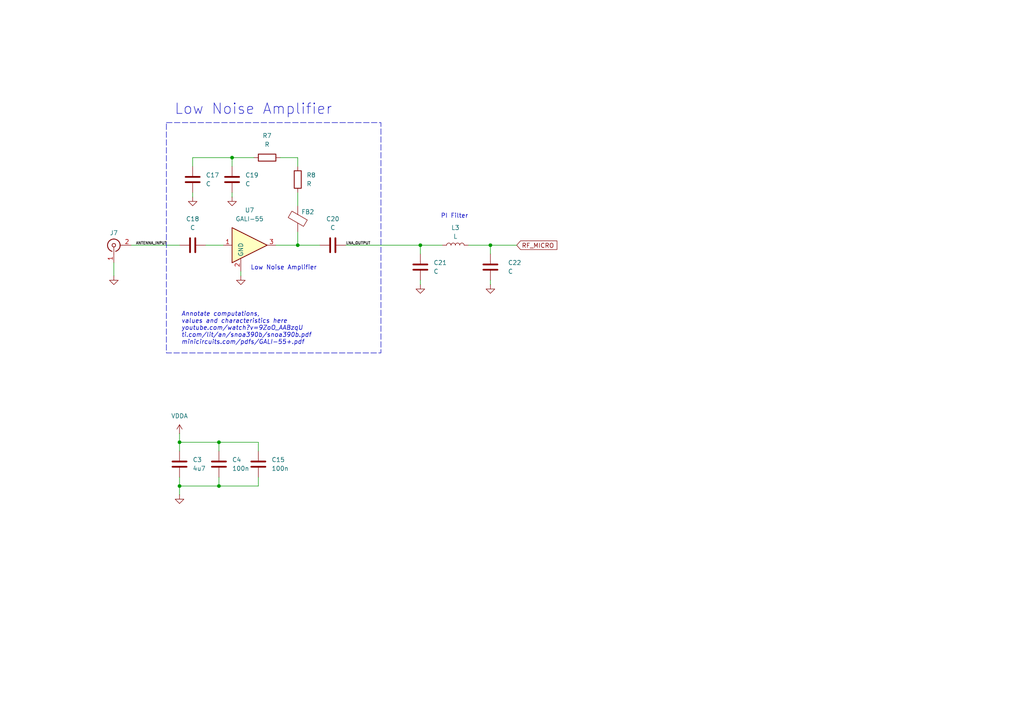
<source format=kicad_sch>
(kicad_sch
	(version 20231120)
	(generator "eeschema")
	(generator_version "8.0")
	(uuid "80fb4b28-4c3c-45ea-a322-1bbab01658ec")
	(paper "A4")
	(lib_symbols
		(symbol "Connector:Conn_Coaxial"
			(pin_names
				(offset 1.016) hide)
			(exclude_from_sim no)
			(in_bom yes)
			(on_board yes)
			(property "Reference" "J"
				(at 0.254 3.048 0)
				(effects
					(font
						(size 1.27 1.27)
					)
				)
			)
			(property "Value" "Conn_Coaxial"
				(at 2.921 0 90)
				(effects
					(font
						(size 1.27 1.27)
					)
				)
			)
			(property "Footprint" ""
				(at 0 0 0)
				(effects
					(font
						(size 1.27 1.27)
					)
					(hide yes)
				)
			)
			(property "Datasheet" "~"
				(at 0 0 0)
				(effects
					(font
						(size 1.27 1.27)
					)
					(hide yes)
				)
			)
			(property "Description" "coaxial connector (BNC, SMA, SMB, SMC, Cinch/RCA, LEMO, ...)"
				(at 0 0 0)
				(effects
					(font
						(size 1.27 1.27)
					)
					(hide yes)
				)
			)
			(property "ki_keywords" "BNC SMA SMB SMC LEMO coaxial connector CINCH RCA MCX MMCX U.FL UMRF"
				(at 0 0 0)
				(effects
					(font
						(size 1.27 1.27)
					)
					(hide yes)
				)
			)
			(property "ki_fp_filters" "*BNC* *SMA* *SMB* *SMC* *Cinch* *LEMO* *UMRF* *MCX* *U.FL*"
				(at 0 0 0)
				(effects
					(font
						(size 1.27 1.27)
					)
					(hide yes)
				)
			)
			(symbol "Conn_Coaxial_0_1"
				(arc
					(start -1.778 -0.508)
					(mid 0.2311 -1.8066)
					(end 1.778 0)
					(stroke
						(width 0.254)
						(type default)
					)
					(fill
						(type none)
					)
				)
				(polyline
					(pts
						(xy -2.54 0) (xy -0.508 0)
					)
					(stroke
						(width 0)
						(type default)
					)
					(fill
						(type none)
					)
				)
				(polyline
					(pts
						(xy 0 -2.54) (xy 0 -1.778)
					)
					(stroke
						(width 0)
						(type default)
					)
					(fill
						(type none)
					)
				)
				(circle
					(center 0 0)
					(radius 0.508)
					(stroke
						(width 0.2032)
						(type default)
					)
					(fill
						(type none)
					)
				)
				(arc
					(start 1.778 0)
					(mid 0.2099 1.8101)
					(end -1.778 0.508)
					(stroke
						(width 0.254)
						(type default)
					)
					(fill
						(type none)
					)
				)
			)
			(symbol "Conn_Coaxial_1_1"
				(pin passive line
					(at -5.08 0 0)
					(length 2.54)
					(name "In"
						(effects
							(font
								(size 1.27 1.27)
							)
						)
					)
					(number "1"
						(effects
							(font
								(size 1.27 1.27)
							)
						)
					)
				)
				(pin passive line
					(at 0 -5.08 90)
					(length 2.54)
					(name "Ext"
						(effects
							(font
								(size 1.27 1.27)
							)
						)
					)
					(number "2"
						(effects
							(font
								(size 1.27 1.27)
							)
						)
					)
				)
			)
		)
		(symbol "Device:C"
			(pin_numbers hide)
			(pin_names
				(offset 0.254)
			)
			(exclude_from_sim no)
			(in_bom yes)
			(on_board yes)
			(property "Reference" "C"
				(at 0.635 2.54 0)
				(effects
					(font
						(size 1.27 1.27)
					)
					(justify left)
				)
			)
			(property "Value" "C"
				(at 0.635 -2.54 0)
				(effects
					(font
						(size 1.27 1.27)
					)
					(justify left)
				)
			)
			(property "Footprint" ""
				(at 0.9652 -3.81 0)
				(effects
					(font
						(size 1.27 1.27)
					)
					(hide yes)
				)
			)
			(property "Datasheet" "~"
				(at 0 0 0)
				(effects
					(font
						(size 1.27 1.27)
					)
					(hide yes)
				)
			)
			(property "Description" "Unpolarized capacitor"
				(at 0 0 0)
				(effects
					(font
						(size 1.27 1.27)
					)
					(hide yes)
				)
			)
			(property "ki_keywords" "cap capacitor"
				(at 0 0 0)
				(effects
					(font
						(size 1.27 1.27)
					)
					(hide yes)
				)
			)
			(property "ki_fp_filters" "C_*"
				(at 0 0 0)
				(effects
					(font
						(size 1.27 1.27)
					)
					(hide yes)
				)
			)
			(symbol "C_0_1"
				(polyline
					(pts
						(xy -2.032 -0.762) (xy 2.032 -0.762)
					)
					(stroke
						(width 0.508)
						(type default)
					)
					(fill
						(type none)
					)
				)
				(polyline
					(pts
						(xy -2.032 0.762) (xy 2.032 0.762)
					)
					(stroke
						(width 0.508)
						(type default)
					)
					(fill
						(type none)
					)
				)
			)
			(symbol "C_1_1"
				(pin passive line
					(at 0 3.81 270)
					(length 2.794)
					(name "~"
						(effects
							(font
								(size 1.27 1.27)
							)
						)
					)
					(number "1"
						(effects
							(font
								(size 1.27 1.27)
							)
						)
					)
				)
				(pin passive line
					(at 0 -3.81 90)
					(length 2.794)
					(name "~"
						(effects
							(font
								(size 1.27 1.27)
							)
						)
					)
					(number "2"
						(effects
							(font
								(size 1.27 1.27)
							)
						)
					)
				)
			)
		)
		(symbol "Device:FerriteBead"
			(pin_numbers hide)
			(pin_names
				(offset 0)
			)
			(exclude_from_sim no)
			(in_bom yes)
			(on_board yes)
			(property "Reference" "FB"
				(at -3.81 0.635 90)
				(effects
					(font
						(size 1.27 1.27)
					)
				)
			)
			(property "Value" "FerriteBead"
				(at 3.81 0 90)
				(effects
					(font
						(size 1.27 1.27)
					)
				)
			)
			(property "Footprint" ""
				(at -1.778 0 90)
				(effects
					(font
						(size 1.27 1.27)
					)
					(hide yes)
				)
			)
			(property "Datasheet" "~"
				(at 0 0 0)
				(effects
					(font
						(size 1.27 1.27)
					)
					(hide yes)
				)
			)
			(property "Description" "Ferrite bead"
				(at 0 0 0)
				(effects
					(font
						(size 1.27 1.27)
					)
					(hide yes)
				)
			)
			(property "ki_keywords" "L ferrite bead inductor filter"
				(at 0 0 0)
				(effects
					(font
						(size 1.27 1.27)
					)
					(hide yes)
				)
			)
			(property "ki_fp_filters" "Inductor_* L_* *Ferrite*"
				(at 0 0 0)
				(effects
					(font
						(size 1.27 1.27)
					)
					(hide yes)
				)
			)
			(symbol "FerriteBead_0_1"
				(polyline
					(pts
						(xy 0 -1.27) (xy 0 -1.2192)
					)
					(stroke
						(width 0)
						(type default)
					)
					(fill
						(type none)
					)
				)
				(polyline
					(pts
						(xy 0 1.27) (xy 0 1.2954)
					)
					(stroke
						(width 0)
						(type default)
					)
					(fill
						(type none)
					)
				)
				(polyline
					(pts
						(xy -2.7686 0.4064) (xy -1.7018 2.2606) (xy 2.7686 -0.3048) (xy 1.6764 -2.159) (xy -2.7686 0.4064)
					)
					(stroke
						(width 0)
						(type default)
					)
					(fill
						(type none)
					)
				)
			)
			(symbol "FerriteBead_1_1"
				(pin passive line
					(at 0 3.81 270)
					(length 2.54)
					(name "~"
						(effects
							(font
								(size 1.27 1.27)
							)
						)
					)
					(number "1"
						(effects
							(font
								(size 1.27 1.27)
							)
						)
					)
				)
				(pin passive line
					(at 0 -3.81 90)
					(length 2.54)
					(name "~"
						(effects
							(font
								(size 1.27 1.27)
							)
						)
					)
					(number "2"
						(effects
							(font
								(size 1.27 1.27)
							)
						)
					)
				)
			)
		)
		(symbol "Device:L"
			(pin_numbers hide)
			(pin_names
				(offset 1.016) hide)
			(exclude_from_sim no)
			(in_bom yes)
			(on_board yes)
			(property "Reference" "L"
				(at -1.27 0 90)
				(effects
					(font
						(size 1.27 1.27)
					)
				)
			)
			(property "Value" "L"
				(at 1.905 0 90)
				(effects
					(font
						(size 1.27 1.27)
					)
				)
			)
			(property "Footprint" ""
				(at 0 0 0)
				(effects
					(font
						(size 1.27 1.27)
					)
					(hide yes)
				)
			)
			(property "Datasheet" "~"
				(at 0 0 0)
				(effects
					(font
						(size 1.27 1.27)
					)
					(hide yes)
				)
			)
			(property "Description" "Inductor"
				(at 0 0 0)
				(effects
					(font
						(size 1.27 1.27)
					)
					(hide yes)
				)
			)
			(property "ki_keywords" "inductor choke coil reactor magnetic"
				(at 0 0 0)
				(effects
					(font
						(size 1.27 1.27)
					)
					(hide yes)
				)
			)
			(property "ki_fp_filters" "Choke_* *Coil* Inductor_* L_*"
				(at 0 0 0)
				(effects
					(font
						(size 1.27 1.27)
					)
					(hide yes)
				)
			)
			(symbol "L_0_1"
				(arc
					(start 0 -2.54)
					(mid 0.6323 -1.905)
					(end 0 -1.27)
					(stroke
						(width 0)
						(type default)
					)
					(fill
						(type none)
					)
				)
				(arc
					(start 0 -1.27)
					(mid 0.6323 -0.635)
					(end 0 0)
					(stroke
						(width 0)
						(type default)
					)
					(fill
						(type none)
					)
				)
				(arc
					(start 0 0)
					(mid 0.6323 0.635)
					(end 0 1.27)
					(stroke
						(width 0)
						(type default)
					)
					(fill
						(type none)
					)
				)
				(arc
					(start 0 1.27)
					(mid 0.6323 1.905)
					(end 0 2.54)
					(stroke
						(width 0)
						(type default)
					)
					(fill
						(type none)
					)
				)
			)
			(symbol "L_1_1"
				(pin passive line
					(at 0 3.81 270)
					(length 1.27)
					(name "1"
						(effects
							(font
								(size 1.27 1.27)
							)
						)
					)
					(number "1"
						(effects
							(font
								(size 1.27 1.27)
							)
						)
					)
				)
				(pin passive line
					(at 0 -3.81 90)
					(length 1.27)
					(name "2"
						(effects
							(font
								(size 1.27 1.27)
							)
						)
					)
					(number "2"
						(effects
							(font
								(size 1.27 1.27)
							)
						)
					)
				)
			)
		)
		(symbol "Device:R"
			(pin_numbers hide)
			(pin_names
				(offset 0)
			)
			(exclude_from_sim no)
			(in_bom yes)
			(on_board yes)
			(property "Reference" "R"
				(at 2.032 0 90)
				(effects
					(font
						(size 1.27 1.27)
					)
				)
			)
			(property "Value" "R"
				(at 0 0 90)
				(effects
					(font
						(size 1.27 1.27)
					)
				)
			)
			(property "Footprint" ""
				(at -1.778 0 90)
				(effects
					(font
						(size 1.27 1.27)
					)
					(hide yes)
				)
			)
			(property "Datasheet" "~"
				(at 0 0 0)
				(effects
					(font
						(size 1.27 1.27)
					)
					(hide yes)
				)
			)
			(property "Description" "Resistor"
				(at 0 0 0)
				(effects
					(font
						(size 1.27 1.27)
					)
					(hide yes)
				)
			)
			(property "ki_keywords" "R res resistor"
				(at 0 0 0)
				(effects
					(font
						(size 1.27 1.27)
					)
					(hide yes)
				)
			)
			(property "ki_fp_filters" "R_*"
				(at 0 0 0)
				(effects
					(font
						(size 1.27 1.27)
					)
					(hide yes)
				)
			)
			(symbol "R_0_1"
				(rectangle
					(start -1.016 -2.54)
					(end 1.016 2.54)
					(stroke
						(width 0.254)
						(type default)
					)
					(fill
						(type none)
					)
				)
			)
			(symbol "R_1_1"
				(pin passive line
					(at 0 3.81 270)
					(length 1.27)
					(name "~"
						(effects
							(font
								(size 1.27 1.27)
							)
						)
					)
					(number "1"
						(effects
							(font
								(size 1.27 1.27)
							)
						)
					)
				)
				(pin passive line
					(at 0 -3.81 90)
					(length 1.27)
					(name "~"
						(effects
							(font
								(size 1.27 1.27)
							)
						)
					)
					(number "2"
						(effects
							(font
								(size 1.27 1.27)
							)
						)
					)
				)
			)
		)
		(symbol "RF_Amplifier:GALI-55"
			(exclude_from_sim no)
			(in_bom yes)
			(on_board yes)
			(property "Reference" "U"
				(at -1.27 7.62 0)
				(effects
					(font
						(size 1.27 1.27)
					)
				)
			)
			(property "Value" "GALI-55"
				(at 2.54 5.08 0)
				(effects
					(font
						(size 1.27 1.27)
					)
				)
			)
			(property "Footprint" "Package_TO_SOT_SMD:SOT-89-3"
				(at 1.27 10.16 0)
				(effects
					(font
						(size 1.27 1.27)
					)
					(hide yes)
				)
			)
			(property "Datasheet" "https://www.minicircuits.com/pdfs/GALI-55+.pdf"
				(at 0 0 0)
				(effects
					(font
						(size 1.27 1.27)
					)
					(hide yes)
				)
			)
			(property "Description" "DC-4000MHz +18.5dB Gain Block, SOT-89"
				(at 0 0 0)
				(effects
					(font
						(size 1.27 1.27)
					)
					(hide yes)
				)
			)
			(property "ki_keywords" "RF amplifier"
				(at 0 0 0)
				(effects
					(font
						(size 1.27 1.27)
					)
					(hide yes)
				)
			)
			(property "ki_fp_filters" "SOT?89*"
				(at 0 0 0)
				(effects
					(font
						(size 1.27 1.27)
					)
					(hide yes)
				)
			)
			(symbol "GALI-55_0_1"
				(polyline
					(pts
						(xy 5.08 0) (xy -5.08 5.08) (xy -5.08 -5.08) (xy 5.08 0)
					)
					(stroke
						(width 0.254)
						(type default)
					)
					(fill
						(type background)
					)
				)
			)
			(symbol "GALI-55_1_1"
				(pin input line
					(at -7.62 0 0)
					(length 2.54)
					(name "~"
						(effects
							(font
								(size 1.27 1.27)
							)
						)
					)
					(number "1"
						(effects
							(font
								(size 1.27 1.27)
							)
						)
					)
				)
				(pin power_in line
					(at -2.54 -7.62 90)
					(length 3.81)
					(name "GND"
						(effects
							(font
								(size 1.27 1.27)
							)
						)
					)
					(number "2"
						(effects
							(font
								(size 1.27 1.27)
							)
						)
					)
				)
				(pin output line
					(at 7.62 0 180)
					(length 2.54)
					(name "~"
						(effects
							(font
								(size 1.27 1.27)
							)
						)
					)
					(number "3"
						(effects
							(font
								(size 1.27 1.27)
							)
						)
					)
				)
			)
		)
		(symbol "power:GND"
			(power)
			(pin_numbers hide)
			(pin_names
				(offset 0) hide)
			(exclude_from_sim no)
			(in_bom yes)
			(on_board yes)
			(property "Reference" "#PWR"
				(at 0 -6.35 0)
				(effects
					(font
						(size 1.27 1.27)
					)
					(hide yes)
				)
			)
			(property "Value" "GND"
				(at 0 -3.81 0)
				(effects
					(font
						(size 1.27 1.27)
					)
				)
			)
			(property "Footprint" ""
				(at 0 0 0)
				(effects
					(font
						(size 1.27 1.27)
					)
					(hide yes)
				)
			)
			(property "Datasheet" ""
				(at 0 0 0)
				(effects
					(font
						(size 1.27 1.27)
					)
					(hide yes)
				)
			)
			(property "Description" "Power symbol creates a global label with name \"GND\" , ground"
				(at 0 0 0)
				(effects
					(font
						(size 1.27 1.27)
					)
					(hide yes)
				)
			)
			(property "ki_keywords" "global power"
				(at 0 0 0)
				(effects
					(font
						(size 1.27 1.27)
					)
					(hide yes)
				)
			)
			(symbol "GND_0_1"
				(polyline
					(pts
						(xy 0 0) (xy 0 -1.27) (xy 1.27 -1.27) (xy 0 -2.54) (xy -1.27 -1.27) (xy 0 -1.27)
					)
					(stroke
						(width 0)
						(type default)
					)
					(fill
						(type none)
					)
				)
			)
			(symbol "GND_1_1"
				(pin power_in line
					(at 0 0 270)
					(length 0)
					(name "~"
						(effects
							(font
								(size 1.27 1.27)
							)
						)
					)
					(number "1"
						(effects
							(font
								(size 1.27 1.27)
							)
						)
					)
				)
			)
		)
		(symbol "power:VDDA"
			(power)
			(pin_numbers hide)
			(pin_names
				(offset 0) hide)
			(exclude_from_sim no)
			(in_bom yes)
			(on_board yes)
			(property "Reference" "#PWR"
				(at 0 -3.81 0)
				(effects
					(font
						(size 1.27 1.27)
					)
					(hide yes)
				)
			)
			(property "Value" "VDDA"
				(at 0 3.556 0)
				(effects
					(font
						(size 1.27 1.27)
					)
				)
			)
			(property "Footprint" ""
				(at 0 0 0)
				(effects
					(font
						(size 1.27 1.27)
					)
					(hide yes)
				)
			)
			(property "Datasheet" ""
				(at 0 0 0)
				(effects
					(font
						(size 1.27 1.27)
					)
					(hide yes)
				)
			)
			(property "Description" "Power symbol creates a global label with name \"VDDA\""
				(at 0 0 0)
				(effects
					(font
						(size 1.27 1.27)
					)
					(hide yes)
				)
			)
			(property "ki_keywords" "global power"
				(at 0 0 0)
				(effects
					(font
						(size 1.27 1.27)
					)
					(hide yes)
				)
			)
			(symbol "VDDA_0_1"
				(polyline
					(pts
						(xy -0.762 1.27) (xy 0 2.54)
					)
					(stroke
						(width 0)
						(type default)
					)
					(fill
						(type none)
					)
				)
				(polyline
					(pts
						(xy 0 0) (xy 0 2.54)
					)
					(stroke
						(width 0)
						(type default)
					)
					(fill
						(type none)
					)
				)
				(polyline
					(pts
						(xy 0 2.54) (xy 0.762 1.27)
					)
					(stroke
						(width 0)
						(type default)
					)
					(fill
						(type none)
					)
				)
			)
			(symbol "VDDA_1_1"
				(pin power_in line
					(at 0 0 90)
					(length 0)
					(name "~"
						(effects
							(font
								(size 1.27 1.27)
							)
						)
					)
					(number "1"
						(effects
							(font
								(size 1.27 1.27)
							)
						)
					)
				)
			)
		)
	)
	(junction
		(at 86.36 71.12)
		(diameter 0)
		(color 0 0 0 0)
		(uuid "0de19416-c232-4fd1-8461-2f935eea913f")
	)
	(junction
		(at 142.24 71.12)
		(diameter 0)
		(color 0 0 0 0)
		(uuid "444b81fb-bc27-4961-817a-9591ef5eb77c")
	)
	(junction
		(at 52.07 128.27)
		(diameter 0)
		(color 0 0 0 0)
		(uuid "8727678d-b1f2-403e-a578-eeb2800aa502")
	)
	(junction
		(at 63.5 140.97)
		(diameter 0)
		(color 0 0 0 0)
		(uuid "881ebc86-8595-41fc-adfe-cd4d347688ea")
	)
	(junction
		(at 52.07 140.97)
		(diameter 0)
		(color 0 0 0 0)
		(uuid "8851d3f1-4672-4bcb-9c68-6156e460c941")
	)
	(junction
		(at 121.92 71.12)
		(diameter 0)
		(color 0 0 0 0)
		(uuid "b023b24f-2529-405c-9433-2e9a201222b0")
	)
	(junction
		(at 63.5 128.27)
		(diameter 0)
		(color 0 0 0 0)
		(uuid "f6aea794-c80c-4b49-bdcd-1ee8a70a1c8f")
	)
	(junction
		(at 67.31 45.72)
		(diameter 0)
		(color 0 0 0 0)
		(uuid "fff4aaf4-abca-4031-8868-43c8746f6303")
	)
	(wire
		(pts
			(xy 33.02 76.2) (xy 33.02 80.01)
		)
		(stroke
			(width 0)
			(type default)
		)
		(uuid "171ca75a-7740-4841-a430-2a67e6cc4420")
	)
	(wire
		(pts
			(xy 121.92 71.12) (xy 128.27 71.12)
		)
		(stroke
			(width 0)
			(type default)
		)
		(uuid "1dba600f-85e3-4a5d-8ec6-92f35e828460")
	)
	(wire
		(pts
			(xy 81.28 45.72) (xy 86.36 45.72)
		)
		(stroke
			(width 0)
			(type default)
		)
		(uuid "35911228-1e86-4f4b-bfbb-5aeb213c2a99")
	)
	(wire
		(pts
			(xy 52.07 140.97) (xy 52.07 143.51)
		)
		(stroke
			(width 0)
			(type default)
		)
		(uuid "364e1613-4573-4621-8b34-cf20851a2a8e")
	)
	(wire
		(pts
			(xy 74.93 130.81) (xy 74.93 128.27)
		)
		(stroke
			(width 0)
			(type default)
		)
		(uuid "39d5ec3e-4502-4eb6-8c10-228e4ee4c7af")
	)
	(wire
		(pts
			(xy 63.5 138.43) (xy 63.5 140.97)
		)
		(stroke
			(width 0)
			(type default)
		)
		(uuid "3fcdca5b-c77f-440c-9418-32d2c9d9dcdc")
	)
	(wire
		(pts
			(xy 74.93 138.43) (xy 74.93 140.97)
		)
		(stroke
			(width 0)
			(type default)
		)
		(uuid "45c1fa91-6dc9-4f41-8f32-15d6cb81f484")
	)
	(wire
		(pts
			(xy 86.36 67.31) (xy 86.36 71.12)
		)
		(stroke
			(width 0)
			(type default)
		)
		(uuid "46f7064c-f74c-49ac-9ee6-fbd64cd62f25")
	)
	(wire
		(pts
			(xy 142.24 71.12) (xy 142.24 73.66)
		)
		(stroke
			(width 0)
			(type default)
		)
		(uuid "484d2923-855c-4b2f-afff-4a47ab5266ae")
	)
	(wire
		(pts
			(xy 86.36 55.88) (xy 86.36 59.69)
		)
		(stroke
			(width 0)
			(type default)
		)
		(uuid "4dda9b19-1808-4d66-840a-dbd1a45f3c60")
	)
	(wire
		(pts
			(xy 74.93 128.27) (xy 63.5 128.27)
		)
		(stroke
			(width 0)
			(type default)
		)
		(uuid "4f04a2cb-21aa-4355-a6f8-dc218f285f78")
	)
	(wire
		(pts
			(xy 69.85 78.74) (xy 69.85 80.01)
		)
		(stroke
			(width 0)
			(type default)
		)
		(uuid "50c477f1-664b-44be-9aba-d6ebb4b44c5e")
	)
	(wire
		(pts
			(xy 63.5 128.27) (xy 52.07 128.27)
		)
		(stroke
			(width 0)
			(type default)
		)
		(uuid "52655088-29cf-40e6-8415-52d14498f328")
	)
	(wire
		(pts
			(xy 86.36 71.12) (xy 92.71 71.12)
		)
		(stroke
			(width 0)
			(type default)
		)
		(uuid "550c9fee-ddeb-4ad1-aff6-2349f157ec0c")
	)
	(wire
		(pts
			(xy 55.88 55.88) (xy 55.88 57.15)
		)
		(stroke
			(width 0)
			(type default)
		)
		(uuid "564b20a0-a664-4670-be9a-4a86ee9df2b1")
	)
	(wire
		(pts
			(xy 63.5 128.27) (xy 63.5 130.81)
		)
		(stroke
			(width 0)
			(type default)
		)
		(uuid "5a9155b5-1a7c-4431-8237-0bd169eaa2c1")
	)
	(wire
		(pts
			(xy 121.92 81.28) (xy 121.92 82.55)
		)
		(stroke
			(width 0)
			(type default)
		)
		(uuid "6b92f7f3-ccb8-4ff5-9088-1ee53e86fd9c")
	)
	(wire
		(pts
			(xy 55.88 48.26) (xy 55.88 45.72)
		)
		(stroke
			(width 0)
			(type default)
		)
		(uuid "83b808de-e507-4c7d-a977-b6f2c7ad9f1d")
	)
	(wire
		(pts
			(xy 86.36 45.72) (xy 86.36 48.26)
		)
		(stroke
			(width 0)
			(type default)
		)
		(uuid "8f1cd967-7a27-439d-9730-bd2d35a131a4")
	)
	(wire
		(pts
			(xy 52.07 128.27) (xy 52.07 130.81)
		)
		(stroke
			(width 0)
			(type default)
		)
		(uuid "939d2f81-798a-447f-9452-67ffeeb899f1")
	)
	(wire
		(pts
			(xy 67.31 45.72) (xy 67.31 48.26)
		)
		(stroke
			(width 0)
			(type default)
		)
		(uuid "9b4901af-6348-4a08-8544-086a741004f8")
	)
	(wire
		(pts
			(xy 74.93 140.97) (xy 63.5 140.97)
		)
		(stroke
			(width 0)
			(type default)
		)
		(uuid "9db1e11f-80b5-41c9-839b-3f3856335b6d")
	)
	(wire
		(pts
			(xy 52.07 125.73) (xy 52.07 128.27)
		)
		(stroke
			(width 0)
			(type default)
		)
		(uuid "a2a0aacb-e03f-491e-88f7-5d3b340920a9")
	)
	(wire
		(pts
			(xy 67.31 55.88) (xy 67.31 57.15)
		)
		(stroke
			(width 0)
			(type default)
		)
		(uuid "aa1e1f2d-6355-493f-b7a5-860b5e83f38a")
	)
	(wire
		(pts
			(xy 142.24 81.28) (xy 142.24 82.55)
		)
		(stroke
			(width 0)
			(type default)
		)
		(uuid "b4b75b57-f353-494d-87ca-faa3d1e42ef8")
	)
	(wire
		(pts
			(xy 38.1 71.12) (xy 52.07 71.12)
		)
		(stroke
			(width 0)
			(type default)
		)
		(uuid "ba8d4030-6629-4043-93d1-993dffff7a80")
	)
	(wire
		(pts
			(xy 52.07 138.43) (xy 52.07 140.97)
		)
		(stroke
			(width 0)
			(type default)
		)
		(uuid "c89cfc64-ea71-43e2-a400-c8c79aa18003")
	)
	(wire
		(pts
			(xy 135.89 71.12) (xy 142.24 71.12)
		)
		(stroke
			(width 0)
			(type default)
		)
		(uuid "c8de72fb-79f8-4d69-b1e8-869e9e921e70")
	)
	(wire
		(pts
			(xy 121.92 71.12) (xy 121.92 73.66)
		)
		(stroke
			(width 0)
			(type default)
		)
		(uuid "c9049649-1d86-4210-af3b-9567e4ed0ebc")
	)
	(wire
		(pts
			(xy 142.24 71.12) (xy 149.86 71.12)
		)
		(stroke
			(width 0)
			(type default)
		)
		(uuid "c9c0a8e3-b75d-43eb-9abf-54d5e9fd150b")
	)
	(wire
		(pts
			(xy 55.88 45.72) (xy 67.31 45.72)
		)
		(stroke
			(width 0)
			(type default)
		)
		(uuid "d6fb70bd-917f-46cb-8fd0-d12342612cd5")
	)
	(wire
		(pts
			(xy 59.69 71.12) (xy 64.77 71.12)
		)
		(stroke
			(width 0)
			(type default)
		)
		(uuid "dbc87fd1-e13d-41a9-b1cf-f2bb482df777")
	)
	(wire
		(pts
			(xy 63.5 140.97) (xy 52.07 140.97)
		)
		(stroke
			(width 0)
			(type default)
		)
		(uuid "f1cb883d-1032-46db-a9f7-7c64a08ea699")
	)
	(wire
		(pts
			(xy 67.31 45.72) (xy 73.66 45.72)
		)
		(stroke
			(width 0)
			(type default)
		)
		(uuid "f4a7d6a2-cfd4-49c6-8783-31cd0c1980b7")
	)
	(wire
		(pts
			(xy 100.33 71.12) (xy 121.92 71.12)
		)
		(stroke
			(width 0)
			(type default)
		)
		(uuid "faa128b9-dae0-412b-8519-f167cf9e98f5")
	)
	(wire
		(pts
			(xy 80.01 71.12) (xy 86.36 71.12)
		)
		(stroke
			(width 0)
			(type default)
		)
		(uuid "fdffeac3-4a45-4d4d-a5ae-bec8ed4e2e81")
	)
	(rectangle
		(start 48.26 35.56)
		(end 110.49 102.362)
		(stroke
			(width 0)
			(type dash)
		)
		(fill
			(type none)
		)
		(uuid ca9e008a-70a2-4a70-8f7c-16e7eea27a4e)
	)
	(text "PI Filter"
		(exclude_from_sim no)
		(at 131.826 62.738 0)
		(effects
			(font
				(size 1.27 1.27)
			)
		)
		(uuid "0893afee-6ec3-4ea5-ac68-53863a34d427")
	)
	(text "Low Noise Amplifier"
		(exclude_from_sim no)
		(at 50.546 31.75 0)
		(effects
			(font
				(size 3.048 3.048)
			)
			(justify left)
		)
		(uuid "86d4c132-7ccf-412f-b788-369fe8cb9988")
	)
	(text "Low Noise Amplifier"
		(exclude_from_sim no)
		(at 82.296 77.724 0)
		(effects
			(font
				(size 1.27 1.27)
			)
		)
		(uuid "a8619bbe-2e06-41ec-904b-e621b51ccb16")
	)
	(text "Annotate computations,\nvalues and characteristics here"
		(exclude_from_sim no)
		(at 52.578 92.202 0)
		(effects
			(font
				(size 1.27 1.27)
				(italic yes)
			)
			(justify left)
		)
		(uuid "d00f6d6c-2424-4f58-93fd-94174f187bd1")
	)
	(text "youtube.com/watch?v=9ZoO_AABzqU\nti.com/lit/an/snoa390b/snoa390b.pdf\nminicircuits.com/pdfs/GALI-55+.pdf"
		(exclude_from_sim no)
		(at 52.578 97.282 0)
		(effects
			(font
				(size 1.27 1.27)
				(italic yes)
			)
			(justify left)
		)
		(uuid "ffc166c5-3d20-4aac-bfb9-34842b099ba5")
	)
	(label "ANTENNA_INPUT"
		(at 39.37 71.12 0)
		(fields_autoplaced yes)
		(effects
			(font
				(size 0.762 0.762)
			)
			(justify left bottom)
		)
		(uuid "630e3bd8-9681-433f-996d-7df600844665")
	)
	(label "LNA_OUTPUT"
		(at 100.33 71.12 0)
		(fields_autoplaced yes)
		(effects
			(font
				(size 0.762 0.762)
			)
			(justify left bottom)
		)
		(uuid "6b930d25-5f5b-4cbb-8f2e-1104b932fd2b")
	)
	(global_label "RF_MICRO"
		(shape input)
		(at 149.86 71.12 0)
		(fields_autoplaced yes)
		(effects
			(font
				(size 1.27 1.27)
			)
			(justify left)
		)
		(uuid "48f221be-e7b0-4603-a01a-6d39ce5ad42d")
		(property "Intersheetrefs" "${INTERSHEET_REFS}"
			(at 162.0981 71.12 0)
			(effects
				(font
					(size 1.27 1.27)
				)
				(justify left)
				(hide yes)
			)
		)
	)
	(symbol
		(lib_id "RF_Amplifier:GALI-55")
		(at 72.39 71.12 0)
		(unit 1)
		(exclude_from_sim no)
		(in_bom yes)
		(on_board yes)
		(dnp no)
		(fields_autoplaced yes)
		(uuid "05b0418b-cc20-4051-8d47-d75768a1875e")
		(property "Reference" "U7"
			(at 72.39 60.96 0)
			(effects
				(font
					(size 1.27 1.27)
				)
			)
		)
		(property "Value" "GALI-55"
			(at 72.39 63.5 0)
			(effects
				(font
					(size 1.27 1.27)
				)
			)
		)
		(property "Footprint" "Package_TO_SOT_SMD:SOT-89-3"
			(at 73.66 60.96 0)
			(effects
				(font
					(size 1.27 1.27)
				)
				(hide yes)
			)
		)
		(property "Datasheet" "https://www.minicircuits.com/pdfs/GALI-55+.pdf"
			(at 72.39 71.12 0)
			(effects
				(font
					(size 1.27 1.27)
				)
				(hide yes)
			)
		)
		(property "Description" "DC-4000MHz +18.5dB Gain Block, SOT-89"
			(at 72.39 71.12 0)
			(effects
				(font
					(size 1.27 1.27)
				)
				(hide yes)
			)
		)
		(pin "3"
			(uuid "22b61f48-b3f2-4b6b-ad51-297590bea776")
		)
		(pin "1"
			(uuid "fd1df40b-e69b-490c-8ffb-368348ac8e87")
		)
		(pin "2"
			(uuid "1a111a62-908a-41ec-b78e-cba0bc3bba81")
		)
		(instances
			(project "RX_System"
				(path "/6c05e59d-a348-40ae-83b7-647c86376ed7/6f86562b-0ca1-4c9f-99d2-9086b315ca81"
					(reference "U7")
					(unit 1)
				)
			)
		)
	)
	(symbol
		(lib_id "power:GND")
		(at 121.92 82.55 0)
		(unit 1)
		(exclude_from_sim no)
		(in_bom yes)
		(on_board yes)
		(dnp no)
		(fields_autoplaced yes)
		(uuid "09cb9ef9-0118-4b2f-a46a-48aefe6326d9")
		(property "Reference" "#PWR037"
			(at 121.92 88.9 0)
			(effects
				(font
					(size 1.27 1.27)
				)
				(hide yes)
			)
		)
		(property "Value" "GND"
			(at 121.92 87.63 0)
			(effects
				(font
					(size 1.27 1.27)
				)
				(hide yes)
			)
		)
		(property "Footprint" ""
			(at 121.92 82.55 0)
			(effects
				(font
					(size 1.27 1.27)
				)
				(hide yes)
			)
		)
		(property "Datasheet" ""
			(at 121.92 82.55 0)
			(effects
				(font
					(size 1.27 1.27)
				)
				(hide yes)
			)
		)
		(property "Description" "Power symbol creates a global label with name \"GND\" , ground"
			(at 121.92 82.55 0)
			(effects
				(font
					(size 1.27 1.27)
				)
				(hide yes)
			)
		)
		(pin "1"
			(uuid "f622cf20-6c20-4a38-896a-9703a5cf068c")
		)
		(instances
			(project "RX_System"
				(path "/6c05e59d-a348-40ae-83b7-647c86376ed7/6f86562b-0ca1-4c9f-99d2-9086b315ca81"
					(reference "#PWR037")
					(unit 1)
				)
			)
		)
	)
	(symbol
		(lib_id "power:GND")
		(at 52.07 143.51 0)
		(unit 1)
		(exclude_from_sim no)
		(in_bom yes)
		(on_board yes)
		(dnp no)
		(fields_autoplaced yes)
		(uuid "0b7da44d-f334-40c8-ad54-631e3c065a3e")
		(property "Reference" "#PWR041"
			(at 52.07 149.86 0)
			(effects
				(font
					(size 1.27 1.27)
				)
				(hide yes)
			)
		)
		(property "Value" "GND"
			(at 52.07 148.59 0)
			(effects
				(font
					(size 1.27 1.27)
				)
				(hide yes)
			)
		)
		(property "Footprint" ""
			(at 52.07 143.51 0)
			(effects
				(font
					(size 1.27 1.27)
				)
				(hide yes)
			)
		)
		(property "Datasheet" ""
			(at 52.07 143.51 0)
			(effects
				(font
					(size 1.27 1.27)
				)
				(hide yes)
			)
		)
		(property "Description" "Power symbol creates a global label with name \"GND\" , ground"
			(at 52.07 143.51 0)
			(effects
				(font
					(size 1.27 1.27)
				)
				(hide yes)
			)
		)
		(pin "1"
			(uuid "92624ce9-bbc6-46b1-8dfd-a8dce7db70fd")
		)
		(instances
			(project "RX_System"
				(path "/6c05e59d-a348-40ae-83b7-647c86376ed7/6f86562b-0ca1-4c9f-99d2-9086b315ca81"
					(reference "#PWR041")
					(unit 1)
				)
			)
		)
	)
	(symbol
		(lib_id "power:GND")
		(at 69.85 80.01 0)
		(unit 1)
		(exclude_from_sim no)
		(in_bom yes)
		(on_board yes)
		(dnp no)
		(fields_autoplaced yes)
		(uuid "0bfba2ef-6361-4344-98f1-39005f77df20")
		(property "Reference" "#PWR036"
			(at 69.85 86.36 0)
			(effects
				(font
					(size 1.27 1.27)
				)
				(hide yes)
			)
		)
		(property "Value" "GND"
			(at 69.85 85.09 0)
			(effects
				(font
					(size 1.27 1.27)
				)
				(hide yes)
			)
		)
		(property "Footprint" ""
			(at 69.85 80.01 0)
			(effects
				(font
					(size 1.27 1.27)
				)
				(hide yes)
			)
		)
		(property "Datasheet" ""
			(at 69.85 80.01 0)
			(effects
				(font
					(size 1.27 1.27)
				)
				(hide yes)
			)
		)
		(property "Description" "Power symbol creates a global label with name \"GND\" , ground"
			(at 69.85 80.01 0)
			(effects
				(font
					(size 1.27 1.27)
				)
				(hide yes)
			)
		)
		(pin "1"
			(uuid "f57de76b-146e-4a27-8460-1d338815cb7d")
		)
		(instances
			(project "RX_System"
				(path "/6c05e59d-a348-40ae-83b7-647c86376ed7/6f86562b-0ca1-4c9f-99d2-9086b315ca81"
					(reference "#PWR036")
					(unit 1)
				)
			)
		)
	)
	(symbol
		(lib_id "Device:FerriteBead")
		(at 86.36 63.5 0)
		(unit 1)
		(exclude_from_sim no)
		(in_bom yes)
		(on_board yes)
		(dnp no)
		(uuid "0f987d22-ad37-4797-aa95-11a2adbd39cb")
		(property "Reference" "FB2"
			(at 87.376 61.468 0)
			(effects
				(font
					(size 1.27 1.27)
				)
				(justify left)
			)
		)
		(property "Value" "FerriteBead"
			(at 90.17 64.7191 0)
			(effects
				(font
					(size 1.27 1.27)
				)
				(justify left)
				(hide yes)
			)
		)
		(property "Footprint" ""
			(at 84.582 63.5 90)
			(effects
				(font
					(size 1.27 1.27)
				)
				(hide yes)
			)
		)
		(property "Datasheet" "~"
			(at 86.36 63.5 0)
			(effects
				(font
					(size 1.27 1.27)
				)
				(hide yes)
			)
		)
		(property "Description" "Ferrite bead"
			(at 86.36 63.5 0)
			(effects
				(font
					(size 1.27 1.27)
				)
				(hide yes)
			)
		)
		(pin "1"
			(uuid "25be796a-52dd-461a-b147-b44ff6ab14ae")
		)
		(pin "2"
			(uuid "3f15f2a8-1c02-4bdd-a4a6-c986bd44fc31")
		)
		(instances
			(project "RX_System"
				(path "/6c05e59d-a348-40ae-83b7-647c86376ed7/6f86562b-0ca1-4c9f-99d2-9086b315ca81"
					(reference "FB2")
					(unit 1)
				)
			)
		)
	)
	(symbol
		(lib_id "power:GND")
		(at 142.24 82.55 0)
		(unit 1)
		(exclude_from_sim no)
		(in_bom yes)
		(on_board yes)
		(dnp no)
		(fields_autoplaced yes)
		(uuid "146bd0c1-4840-463d-b03e-e1a98406932a")
		(property "Reference" "#PWR038"
			(at 142.24 88.9 0)
			(effects
				(font
					(size 1.27 1.27)
				)
				(hide yes)
			)
		)
		(property "Value" "GND"
			(at 142.24 87.63 0)
			(effects
				(font
					(size 1.27 1.27)
				)
				(hide yes)
			)
		)
		(property "Footprint" ""
			(at 142.24 82.55 0)
			(effects
				(font
					(size 1.27 1.27)
				)
				(hide yes)
			)
		)
		(property "Datasheet" ""
			(at 142.24 82.55 0)
			(effects
				(font
					(size 1.27 1.27)
				)
				(hide yes)
			)
		)
		(property "Description" "Power symbol creates a global label with name \"GND\" , ground"
			(at 142.24 82.55 0)
			(effects
				(font
					(size 1.27 1.27)
				)
				(hide yes)
			)
		)
		(pin "1"
			(uuid "8a63b498-1e82-4082-8eb6-da5fb6785290")
		)
		(instances
			(project "RX_System"
				(path "/6c05e59d-a348-40ae-83b7-647c86376ed7/6f86562b-0ca1-4c9f-99d2-9086b315ca81"
					(reference "#PWR038")
					(unit 1)
				)
			)
		)
	)
	(symbol
		(lib_id "power:GND")
		(at 33.02 80.01 0)
		(unit 1)
		(exclude_from_sim no)
		(in_bom yes)
		(on_board yes)
		(dnp no)
		(fields_autoplaced yes)
		(uuid "1efa11b8-ac53-4b59-959e-c0fa316e4034")
		(property "Reference" "#PWR08"
			(at 33.02 86.36 0)
			(effects
				(font
					(size 1.27 1.27)
				)
				(hide yes)
			)
		)
		(property "Value" "GND"
			(at 33.02 85.09 0)
			(effects
				(font
					(size 1.27 1.27)
				)
				(hide yes)
			)
		)
		(property "Footprint" ""
			(at 33.02 80.01 0)
			(effects
				(font
					(size 1.27 1.27)
				)
				(hide yes)
			)
		)
		(property "Datasheet" ""
			(at 33.02 80.01 0)
			(effects
				(font
					(size 1.27 1.27)
				)
				(hide yes)
			)
		)
		(property "Description" "Power symbol creates a global label with name \"GND\" , ground"
			(at 33.02 80.01 0)
			(effects
				(font
					(size 1.27 1.27)
				)
				(hide yes)
			)
		)
		(pin "1"
			(uuid "bf2e8d6c-1694-4363-a7ab-61824228c09f")
		)
		(instances
			(project "RX_System"
				(path "/6c05e59d-a348-40ae-83b7-647c86376ed7/6f86562b-0ca1-4c9f-99d2-9086b315ca81"
					(reference "#PWR08")
					(unit 1)
				)
			)
		)
	)
	(symbol
		(lib_id "Device:C")
		(at 52.07 134.62 0)
		(unit 1)
		(exclude_from_sim no)
		(in_bom yes)
		(on_board yes)
		(dnp no)
		(fields_autoplaced yes)
		(uuid "23fe0bc9-4d79-40b9-8193-ff26b3c3c14e")
		(property "Reference" "C3"
			(at 55.88 133.3499 0)
			(effects
				(font
					(size 1.27 1.27)
				)
				(justify left)
			)
		)
		(property "Value" "4u7"
			(at 55.88 135.8899 0)
			(effects
				(font
					(size 1.27 1.27)
				)
				(justify left)
			)
		)
		(property "Footprint" ""
			(at 53.0352 138.43 0)
			(effects
				(font
					(size 1.27 1.27)
				)
				(hide yes)
			)
		)
		(property "Datasheet" "~"
			(at 52.07 134.62 0)
			(effects
				(font
					(size 1.27 1.27)
				)
				(hide yes)
			)
		)
		(property "Description" "Unpolarized capacitor"
			(at 52.07 134.62 0)
			(effects
				(font
					(size 1.27 1.27)
				)
				(hide yes)
			)
		)
		(pin "2"
			(uuid "49696269-2c63-4d65-9e78-ba7911d7d762")
		)
		(pin "1"
			(uuid "36de594b-9475-439b-aceb-9b3a2122624c")
		)
		(instances
			(project ""
				(path "/6c05e59d-a348-40ae-83b7-647c86376ed7/6f86562b-0ca1-4c9f-99d2-9086b315ca81"
					(reference "C3")
					(unit 1)
				)
			)
		)
	)
	(symbol
		(lib_id "Device:C")
		(at 96.52 71.12 90)
		(unit 1)
		(exclude_from_sim no)
		(in_bom yes)
		(on_board yes)
		(dnp no)
		(fields_autoplaced yes)
		(uuid "2d0243eb-eb95-410f-adda-94c4d3a1aae2")
		(property "Reference" "C20"
			(at 96.52 63.5 90)
			(effects
				(font
					(size 1.27 1.27)
				)
			)
		)
		(property "Value" "C"
			(at 96.52 66.04 90)
			(effects
				(font
					(size 1.27 1.27)
				)
			)
		)
		(property "Footprint" ""
			(at 100.33 70.1548 0)
			(effects
				(font
					(size 1.27 1.27)
				)
				(hide yes)
			)
		)
		(property "Datasheet" "~"
			(at 96.52 71.12 0)
			(effects
				(font
					(size 1.27 1.27)
				)
				(hide yes)
			)
		)
		(property "Description" "Unpolarized capacitor"
			(at 96.52 71.12 0)
			(effects
				(font
					(size 1.27 1.27)
				)
				(hide yes)
			)
		)
		(pin "2"
			(uuid "453b8c99-147d-4498-829b-ea1e411c607b")
		)
		(pin "1"
			(uuid "bac22975-e4e5-4c41-972c-f7a93f8e7638")
		)
		(instances
			(project "RX_System"
				(path "/6c05e59d-a348-40ae-83b7-647c86376ed7/6f86562b-0ca1-4c9f-99d2-9086b315ca81"
					(reference "C20")
					(unit 1)
				)
			)
		)
	)
	(symbol
		(lib_id "Device:C")
		(at 142.24 77.47 180)
		(unit 1)
		(exclude_from_sim no)
		(in_bom yes)
		(on_board yes)
		(dnp no)
		(uuid "331c9d22-07e4-4357-a0ba-f98f739aa7c1")
		(property "Reference" "C22"
			(at 147.32 76.1999 0)
			(effects
				(font
					(size 1.27 1.27)
				)
				(justify right)
			)
		)
		(property "Value" "C"
			(at 147.32 78.7399 0)
			(effects
				(font
					(size 1.27 1.27)
				)
				(justify right)
			)
		)
		(property "Footprint" ""
			(at 141.2748 73.66 0)
			(effects
				(font
					(size 1.27 1.27)
				)
				(hide yes)
			)
		)
		(property "Datasheet" "~"
			(at 142.24 77.47 0)
			(effects
				(font
					(size 1.27 1.27)
				)
				(hide yes)
			)
		)
		(property "Description" "Unpolarized capacitor"
			(at 142.24 77.47 0)
			(effects
				(font
					(size 1.27 1.27)
				)
				(hide yes)
			)
		)
		(pin "2"
			(uuid "a7e96683-4df7-4fa6-9277-01a3a0912996")
		)
		(pin "1"
			(uuid "523395e7-c1a9-4562-b15f-183649421ed2")
		)
		(instances
			(project "RX_System"
				(path "/6c05e59d-a348-40ae-83b7-647c86376ed7/6f86562b-0ca1-4c9f-99d2-9086b315ca81"
					(reference "C22")
					(unit 1)
				)
			)
		)
	)
	(symbol
		(lib_id "power:GND")
		(at 55.88 57.15 0)
		(unit 1)
		(exclude_from_sim no)
		(in_bom yes)
		(on_board yes)
		(dnp no)
		(fields_autoplaced yes)
		(uuid "37cf1de8-104c-444b-9908-07608c3f34cb")
		(property "Reference" "#PWR09"
			(at 55.88 63.5 0)
			(effects
				(font
					(size 1.27 1.27)
				)
				(hide yes)
			)
		)
		(property "Value" "GND"
			(at 55.88 62.23 0)
			(effects
				(font
					(size 1.27 1.27)
				)
				(hide yes)
			)
		)
		(property "Footprint" ""
			(at 55.88 57.15 0)
			(effects
				(font
					(size 1.27 1.27)
				)
				(hide yes)
			)
		)
		(property "Datasheet" ""
			(at 55.88 57.15 0)
			(effects
				(font
					(size 1.27 1.27)
				)
				(hide yes)
			)
		)
		(property "Description" "Power symbol creates a global label with name \"GND\" , ground"
			(at 55.88 57.15 0)
			(effects
				(font
					(size 1.27 1.27)
				)
				(hide yes)
			)
		)
		(pin "1"
			(uuid "b852a6b2-aff3-4bfa-9dbc-2a5bd4a23746")
		)
		(instances
			(project "RX_System"
				(path "/6c05e59d-a348-40ae-83b7-647c86376ed7/6f86562b-0ca1-4c9f-99d2-9086b315ca81"
					(reference "#PWR09")
					(unit 1)
				)
			)
		)
	)
	(symbol
		(lib_id "Device:C")
		(at 121.92 77.47 180)
		(unit 1)
		(exclude_from_sim no)
		(in_bom yes)
		(on_board yes)
		(dnp no)
		(fields_autoplaced yes)
		(uuid "395062de-27cd-402d-8fbb-19ec0fe233d2")
		(property "Reference" "C21"
			(at 125.73 76.1999 0)
			(effects
				(font
					(size 1.27 1.27)
				)
				(justify right)
			)
		)
		(property "Value" "C"
			(at 125.73 78.7399 0)
			(effects
				(font
					(size 1.27 1.27)
				)
				(justify right)
			)
		)
		(property "Footprint" ""
			(at 120.9548 73.66 0)
			(effects
				(font
					(size 1.27 1.27)
				)
				(hide yes)
			)
		)
		(property "Datasheet" "~"
			(at 121.92 77.47 0)
			(effects
				(font
					(size 1.27 1.27)
				)
				(hide yes)
			)
		)
		(property "Description" "Unpolarized capacitor"
			(at 121.92 77.47 0)
			(effects
				(font
					(size 1.27 1.27)
				)
				(hide yes)
			)
		)
		(pin "2"
			(uuid "d3141c3c-86fa-408c-a73f-562d5f711586")
		)
		(pin "1"
			(uuid "4f05b10c-53cc-4b52-9776-7eb3cf06c043")
		)
		(instances
			(project "RX_System"
				(path "/6c05e59d-a348-40ae-83b7-647c86376ed7/6f86562b-0ca1-4c9f-99d2-9086b315ca81"
					(reference "C21")
					(unit 1)
				)
			)
		)
	)
	(symbol
		(lib_id "Device:L")
		(at 132.08 71.12 90)
		(unit 1)
		(exclude_from_sim no)
		(in_bom yes)
		(on_board yes)
		(dnp no)
		(fields_autoplaced yes)
		(uuid "4a775bc6-1088-47dc-8cbf-c40ce7362730")
		(property "Reference" "L3"
			(at 132.08 66.04 90)
			(effects
				(font
					(size 1.27 1.27)
				)
			)
		)
		(property "Value" "L"
			(at 132.08 68.58 90)
			(effects
				(font
					(size 1.27 1.27)
				)
			)
		)
		(property "Footprint" ""
			(at 132.08 71.12 0)
			(effects
				(font
					(size 1.27 1.27)
				)
				(hide yes)
			)
		)
		(property "Datasheet" "~"
			(at 132.08 71.12 0)
			(effects
				(font
					(size 1.27 1.27)
				)
				(hide yes)
			)
		)
		(property "Description" "Inductor"
			(at 132.08 71.12 0)
			(effects
				(font
					(size 1.27 1.27)
				)
				(hide yes)
			)
		)
		(pin "2"
			(uuid "3a6baeb0-1074-4e0e-b471-3b31ec15197f")
		)
		(pin "1"
			(uuid "c69f3219-1b3d-4cbc-b571-282db14494ff")
		)
		(instances
			(project "RX_System"
				(path "/6c05e59d-a348-40ae-83b7-647c86376ed7/6f86562b-0ca1-4c9f-99d2-9086b315ca81"
					(reference "L3")
					(unit 1)
				)
			)
		)
	)
	(symbol
		(lib_id "Device:C")
		(at 74.93 134.62 0)
		(unit 1)
		(exclude_from_sim no)
		(in_bom yes)
		(on_board yes)
		(dnp no)
		(fields_autoplaced yes)
		(uuid "53710f05-1e36-4bbe-99ad-18b5ff871a11")
		(property "Reference" "C15"
			(at 78.74 133.3499 0)
			(effects
				(font
					(size 1.27 1.27)
				)
				(justify left)
			)
		)
		(property "Value" "100n"
			(at 78.74 135.8899 0)
			(effects
				(font
					(size 1.27 1.27)
				)
				(justify left)
			)
		)
		(property "Footprint" ""
			(at 75.8952 138.43 0)
			(effects
				(font
					(size 1.27 1.27)
				)
				(hide yes)
			)
		)
		(property "Datasheet" "~"
			(at 74.93 134.62 0)
			(effects
				(font
					(size 1.27 1.27)
				)
				(hide yes)
			)
		)
		(property "Description" "Unpolarized capacitor"
			(at 74.93 134.62 0)
			(effects
				(font
					(size 1.27 1.27)
				)
				(hide yes)
			)
		)
		(pin "2"
			(uuid "f2f62d3f-75a9-4cf9-99b4-4ab280ff1e2a")
		)
		(pin "1"
			(uuid "a09c1efc-53bd-472b-a437-a5b42c74e916")
		)
		(instances
			(project "RX_System"
				(path "/6c05e59d-a348-40ae-83b7-647c86376ed7/6f86562b-0ca1-4c9f-99d2-9086b315ca81"
					(reference "C15")
					(unit 1)
				)
			)
		)
	)
	(symbol
		(lib_id "Device:R")
		(at 77.47 45.72 90)
		(unit 1)
		(exclude_from_sim no)
		(in_bom yes)
		(on_board yes)
		(dnp no)
		(fields_autoplaced yes)
		(uuid "5a07a685-98ff-417d-b029-9f5490c9ba2d")
		(property "Reference" "R7"
			(at 77.47 39.37 90)
			(effects
				(font
					(size 1.27 1.27)
				)
			)
		)
		(property "Value" "R"
			(at 77.47 41.91 90)
			(effects
				(font
					(size 1.27 1.27)
				)
			)
		)
		(property "Footprint" ""
			(at 77.47 47.498 90)
			(effects
				(font
					(size 1.27 1.27)
				)
				(hide yes)
			)
		)
		(property "Datasheet" "~"
			(at 77.47 45.72 0)
			(effects
				(font
					(size 1.27 1.27)
				)
				(hide yes)
			)
		)
		(property "Description" "Resistor"
			(at 77.47 45.72 0)
			(effects
				(font
					(size 1.27 1.27)
				)
				(hide yes)
			)
		)
		(pin "2"
			(uuid "482f4e99-e935-4959-8d15-b4fca302bf02")
		)
		(pin "1"
			(uuid "0f2e4b52-08ff-4b56-b9ea-043ff2876cf8")
		)
		(instances
			(project "RX_System"
				(path "/6c05e59d-a348-40ae-83b7-647c86376ed7/6f86562b-0ca1-4c9f-99d2-9086b315ca81"
					(reference "R7")
					(unit 1)
				)
			)
		)
	)
	(symbol
		(lib_id "power:GND")
		(at 67.31 57.15 0)
		(unit 1)
		(exclude_from_sim no)
		(in_bom yes)
		(on_board yes)
		(dnp no)
		(fields_autoplaced yes)
		(uuid "640756f1-7772-4ff0-ab16-dc84213344c2")
		(property "Reference" "#PWR035"
			(at 67.31 63.5 0)
			(effects
				(font
					(size 1.27 1.27)
				)
				(hide yes)
			)
		)
		(property "Value" "GND"
			(at 67.31 62.23 0)
			(effects
				(font
					(size 1.27 1.27)
				)
				(hide yes)
			)
		)
		(property "Footprint" ""
			(at 67.31 57.15 0)
			(effects
				(font
					(size 1.27 1.27)
				)
				(hide yes)
			)
		)
		(property "Datasheet" ""
			(at 67.31 57.15 0)
			(effects
				(font
					(size 1.27 1.27)
				)
				(hide yes)
			)
		)
		(property "Description" "Power symbol creates a global label with name \"GND\" , ground"
			(at 67.31 57.15 0)
			(effects
				(font
					(size 1.27 1.27)
				)
				(hide yes)
			)
		)
		(pin "1"
			(uuid "1f201722-a48e-44d0-bff4-dd089c74febd")
		)
		(instances
			(project "RX_System"
				(path "/6c05e59d-a348-40ae-83b7-647c86376ed7/6f86562b-0ca1-4c9f-99d2-9086b315ca81"
					(reference "#PWR035")
					(unit 1)
				)
			)
		)
	)
	(symbol
		(lib_id "power:VDDA")
		(at 52.07 125.73 0)
		(unit 1)
		(exclude_from_sim no)
		(in_bom yes)
		(on_board yes)
		(dnp no)
		(fields_autoplaced yes)
		(uuid "924c8929-3630-4967-9a27-07a895f36429")
		(property "Reference" "#PWR040"
			(at 52.07 129.54 0)
			(effects
				(font
					(size 1.27 1.27)
				)
				(hide yes)
			)
		)
		(property "Value" "VDDA"
			(at 52.07 120.65 0)
			(effects
				(font
					(size 1.27 1.27)
				)
			)
		)
		(property "Footprint" ""
			(at 52.07 125.73 0)
			(effects
				(font
					(size 1.27 1.27)
				)
				(hide yes)
			)
		)
		(property "Datasheet" ""
			(at 52.07 125.73 0)
			(effects
				(font
					(size 1.27 1.27)
				)
				(hide yes)
			)
		)
		(property "Description" "Power symbol creates a global label with name \"VDDA\""
			(at 52.07 125.73 0)
			(effects
				(font
					(size 1.27 1.27)
				)
				(hide yes)
			)
		)
		(pin "1"
			(uuid "f4e0f25c-4f84-4fb3-a8ce-c457659ed474")
		)
		(instances
			(project ""
				(path "/6c05e59d-a348-40ae-83b7-647c86376ed7/6f86562b-0ca1-4c9f-99d2-9086b315ca81"
					(reference "#PWR040")
					(unit 1)
				)
			)
		)
	)
	(symbol
		(lib_id "Device:R")
		(at 86.36 52.07 180)
		(unit 1)
		(exclude_from_sim no)
		(in_bom yes)
		(on_board yes)
		(dnp no)
		(fields_autoplaced yes)
		(uuid "9f2d338c-7972-4284-8a08-70233245412a")
		(property "Reference" "R8"
			(at 88.9 50.7999 0)
			(effects
				(font
					(size 1.27 1.27)
				)
				(justify right)
			)
		)
		(property "Value" "R"
			(at 88.9 53.3399 0)
			(effects
				(font
					(size 1.27 1.27)
				)
				(justify right)
			)
		)
		(property "Footprint" ""
			(at 88.138 52.07 90)
			(effects
				(font
					(size 1.27 1.27)
				)
				(hide yes)
			)
		)
		(property "Datasheet" "~"
			(at 86.36 52.07 0)
			(effects
				(font
					(size 1.27 1.27)
				)
				(hide yes)
			)
		)
		(property "Description" "Resistor"
			(at 86.36 52.07 0)
			(effects
				(font
					(size 1.27 1.27)
				)
				(hide yes)
			)
		)
		(pin "2"
			(uuid "f01baa86-d882-4de0-b46b-fde995e03f51")
		)
		(pin "1"
			(uuid "517e1154-6ad6-4346-9896-4ef8f2d252df")
		)
		(instances
			(project "RX_System"
				(path "/6c05e59d-a348-40ae-83b7-647c86376ed7/6f86562b-0ca1-4c9f-99d2-9086b315ca81"
					(reference "R8")
					(unit 1)
				)
			)
		)
	)
	(symbol
		(lib_id "Device:C")
		(at 63.5 134.62 0)
		(unit 1)
		(exclude_from_sim no)
		(in_bom yes)
		(on_board yes)
		(dnp no)
		(fields_autoplaced yes)
		(uuid "bec14531-d600-4362-9d2e-c2f86e637dcd")
		(property "Reference" "C4"
			(at 67.31 133.3499 0)
			(effects
				(font
					(size 1.27 1.27)
				)
				(justify left)
			)
		)
		(property "Value" "100n"
			(at 67.31 135.8899 0)
			(effects
				(font
					(size 1.27 1.27)
				)
				(justify left)
			)
		)
		(property "Footprint" ""
			(at 64.4652 138.43 0)
			(effects
				(font
					(size 1.27 1.27)
				)
				(hide yes)
			)
		)
		(property "Datasheet" "~"
			(at 63.5 134.62 0)
			(effects
				(font
					(size 1.27 1.27)
				)
				(hide yes)
			)
		)
		(property "Description" "Unpolarized capacitor"
			(at 63.5 134.62 0)
			(effects
				(font
					(size 1.27 1.27)
				)
				(hide yes)
			)
		)
		(pin "2"
			(uuid "6ff7dd41-41ab-4f41-ae6b-9d8addb11daa")
		)
		(pin "1"
			(uuid "f8af912f-74e6-4bd5-b87d-1c44de946af3")
		)
		(instances
			(project "RX_System"
				(path "/6c05e59d-a348-40ae-83b7-647c86376ed7/6f86562b-0ca1-4c9f-99d2-9086b315ca81"
					(reference "C4")
					(unit 1)
				)
			)
		)
	)
	(symbol
		(lib_id "Connector:Conn_Coaxial")
		(at 33.02 71.12 90)
		(unit 1)
		(exclude_from_sim no)
		(in_bom yes)
		(on_board yes)
		(dnp no)
		(uuid "c33bb1a2-8223-43bf-b2f7-ab660ed09343")
		(property "Reference" "J7"
			(at 33.02 67.564 90)
			(effects
				(font
					(size 1.27 1.27)
				)
			)
		)
		(property "Value" "Conn_Coaxial"
			(at 33.3132 67.31 90)
			(effects
				(font
					(size 1.27 1.27)
				)
				(hide yes)
			)
		)
		(property "Footprint" "Connector_Coaxial:SMA_Samtec_SMA-J-P-H-ST-EM1_EdgeMount"
			(at 33.02 71.12 0)
			(effects
				(font
					(size 1.27 1.27)
				)
				(hide yes)
			)
		)
		(property "Datasheet" "~"
			(at 33.02 71.12 0)
			(effects
				(font
					(size 1.27 1.27)
				)
				(hide yes)
			)
		)
		(property "Description" "coaxial connector (BNC, SMA, SMB, SMC, Cinch/RCA, LEMO, ...)"
			(at 33.02 71.12 0)
			(effects
				(font
					(size 1.27 1.27)
				)
				(hide yes)
			)
		)
		(pin "2"
			(uuid "3608efa5-f949-47dd-9f39-f203534b7b02")
		)
		(pin "1"
			(uuid "2443c7f0-54c8-4cd0-b91e-b5170abeb228")
		)
		(instances
			(project "RX_System"
				(path "/6c05e59d-a348-40ae-83b7-647c86376ed7/6f86562b-0ca1-4c9f-99d2-9086b315ca81"
					(reference "J7")
					(unit 1)
				)
			)
		)
	)
	(symbol
		(lib_id "Device:C")
		(at 67.31 52.07 180)
		(unit 1)
		(exclude_from_sim no)
		(in_bom yes)
		(on_board yes)
		(dnp no)
		(fields_autoplaced yes)
		(uuid "c8f31093-529b-4fd0-a415-bdc1e8d0b4c8")
		(property "Reference" "C19"
			(at 71.12 50.7999 0)
			(effects
				(font
					(size 1.27 1.27)
				)
				(justify right)
			)
		)
		(property "Value" "C"
			(at 71.12 53.3399 0)
			(effects
				(font
					(size 1.27 1.27)
				)
				(justify right)
			)
		)
		(property "Footprint" ""
			(at 66.3448 48.26 0)
			(effects
				(font
					(size 1.27 1.27)
				)
				(hide yes)
			)
		)
		(property "Datasheet" "~"
			(at 67.31 52.07 0)
			(effects
				(font
					(size 1.27 1.27)
				)
				(hide yes)
			)
		)
		(property "Description" "Unpolarized capacitor"
			(at 67.31 52.07 0)
			(effects
				(font
					(size 1.27 1.27)
				)
				(hide yes)
			)
		)
		(pin "2"
			(uuid "e22d59e6-b233-43f5-b6bd-a53f7a6cb45e")
		)
		(pin "1"
			(uuid "e5bbef75-9151-4210-8c05-96d88e25eba8")
		)
		(instances
			(project "RX_System"
				(path "/6c05e59d-a348-40ae-83b7-647c86376ed7/6f86562b-0ca1-4c9f-99d2-9086b315ca81"
					(reference "C19")
					(unit 1)
				)
			)
		)
	)
	(symbol
		(lib_id "Device:C")
		(at 55.88 71.12 90)
		(unit 1)
		(exclude_from_sim no)
		(in_bom yes)
		(on_board yes)
		(dnp no)
		(fields_autoplaced yes)
		(uuid "d5932244-9813-4d56-bfd3-7a4dcf8f1cb6")
		(property "Reference" "C18"
			(at 55.88 63.5 90)
			(effects
				(font
					(size 1.27 1.27)
				)
			)
		)
		(property "Value" "C"
			(at 55.88 66.04 90)
			(effects
				(font
					(size 1.27 1.27)
				)
			)
		)
		(property "Footprint" ""
			(at 59.69 70.1548 0)
			(effects
				(font
					(size 1.27 1.27)
				)
				(hide yes)
			)
		)
		(property "Datasheet" "~"
			(at 55.88 71.12 0)
			(effects
				(font
					(size 1.27 1.27)
				)
				(hide yes)
			)
		)
		(property "Description" "Unpolarized capacitor"
			(at 55.88 71.12 0)
			(effects
				(font
					(size 1.27 1.27)
				)
				(hide yes)
			)
		)
		(pin "2"
			(uuid "d613736d-1ff8-424f-8c3a-56d84a98cb6b")
		)
		(pin "1"
			(uuid "45c6ec42-a901-4689-a8ba-b5efaddd3091")
		)
		(instances
			(project "RX_System"
				(path "/6c05e59d-a348-40ae-83b7-647c86376ed7/6f86562b-0ca1-4c9f-99d2-9086b315ca81"
					(reference "C18")
					(unit 1)
				)
			)
		)
	)
	(symbol
		(lib_id "Device:C")
		(at 55.88 52.07 180)
		(unit 1)
		(exclude_from_sim no)
		(in_bom yes)
		(on_board yes)
		(dnp no)
		(fields_autoplaced yes)
		(uuid "f242546e-6a43-4c96-9596-d16ba7681db1")
		(property "Reference" "C17"
			(at 59.69 50.7999 0)
			(effects
				(font
					(size 1.27 1.27)
				)
				(justify right)
			)
		)
		(property "Value" "C"
			(at 59.69 53.3399 0)
			(effects
				(font
					(size 1.27 1.27)
				)
				(justify right)
			)
		)
		(property "Footprint" ""
			(at 54.9148 48.26 0)
			(effects
				(font
					(size 1.27 1.27)
				)
				(hide yes)
			)
		)
		(property "Datasheet" "~"
			(at 55.88 52.07 0)
			(effects
				(font
					(size 1.27 1.27)
				)
				(hide yes)
			)
		)
		(property "Description" "Unpolarized capacitor"
			(at 55.88 52.07 0)
			(effects
				(font
					(size 1.27 1.27)
				)
				(hide yes)
			)
		)
		(pin "2"
			(uuid "5eff1224-cea4-41f1-a2b6-2bbfafc6aa7c")
		)
		(pin "1"
			(uuid "814a67c1-de63-46d2-9676-c7f1def14147")
		)
		(instances
			(project "RX_System"
				(path "/6c05e59d-a348-40ae-83b7-647c86376ed7/6f86562b-0ca1-4c9f-99d2-9086b315ca81"
					(reference "C17")
					(unit 1)
				)
			)
		)
	)
)

</source>
